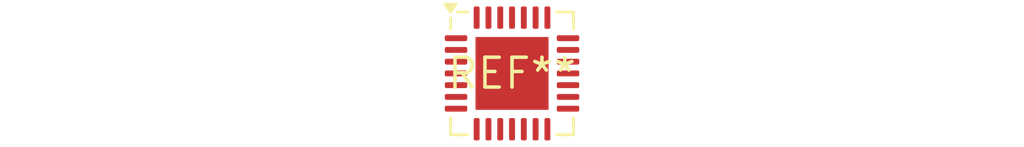
<source format=kicad_pcb>
(kicad_pcb (version 20240108) (generator pcbnew)
  (layers (0 "F.Cu" signal) (31 "B.Cu" signal) (34 "B.Paste" user) (35 "F.Paste" user) (36 "B.SilkS" user "B.Silkscreen") (37 "F.SilkS" user "F.Silkscreen") (38 "B.Mask" user) (39 "F.Mask" user) (44 "Edge.Cuts" user))
  (net 0 "")
  (footprint "QFN-28-1EP_5x5mm_P0.5mm_EP3.1x3.1mm" (layer "F.Cu") (at 0 0)
    (property "Reference" "REF**")
    (property "Value" "QFN-28-1EP_5x5mm_P0.5mm_EP3.1x3.1mm")
    (fp_line (start -2.61 -1.885) (end -2.61 -2.37) (layer "F.SilkS") (stroke (width 0.12)))
    (fp_line (start -2.61 2.61) (end -2.61 1.885) (layer "F.SilkS") (stroke (width 0.12)))
    (fp_line (start -1.885 -2.61) (end -2.31 -2.61) (layer "F.SilkS") (stroke (width 0.12)))
    (fp_line (start -1.885 2.61) (end -2.61 2.61) (layer "F.SilkS") (stroke (width 0.12)))
    (fp_line (start 1.885 -2.61) (end 2.61 -2.61) (layer "F.SilkS") (stroke (width 0.12)))
    (fp_line (start 1.885 2.61) (end 2.61 2.61) (layer "F.SilkS") (stroke (width 0.12)))
    (fp_line (start 2.61 -2.61) (end 2.61 -1.885) (layer "F.SilkS") (stroke (width 0.12)))
    (fp_line (start 2.61 2.61) (end 2.61 1.885) (layer "F.SilkS") (stroke (width 0.12)))
    (fp_poly (pts (xy -2.61 -2.61) (xy -2.85 -2.94) (xy -2.37 -2.94) (xy -2.61 -2.61)) (layer "F.SilkS") (stroke (width 0.12)) (fill solid))
    (pad "1" smd roundrect (at -2.375 -1.5) (size 0.95 0.25) (layers "F.Cu" "F.Paste" "F.Mask"))
    (pad "2" smd roundrect (at -2.375 -1) (size 0.95 0.25) (layers "F.Cu" "F.Paste" "F.Mask"))
    (pad "3" smd roundrect (at -2.375 -0.5) (size 0.95 0.25) (layers "F.Cu" "F.Paste" "F.Mask"))
    (pad "4" smd roundrect (at -2.375 0) (size 0.95 0.25) (layers "F.Cu" "F.Paste" "F.Mask"))
    (pad "5" smd roundrect (at -2.375 0.5) (size 0.95 0.25) (layers "F.Cu" "F.Paste" "F.Mask"))
    (pad "6" smd roundrect (at -2.375 1) (size 0.95 0.25) (layers "F.Cu" "F.Paste" "F.Mask"))
    (pad "7" smd roundrect (at -2.375 1.5) (size 0.95 0.25) (layers "F.Cu" "F.Paste" "F.Mask"))
    (pad "8" smd roundrect (at -1.5 2.375) (size 0.25 0.95) (layers "F.Cu" "F.Paste" "F.Mask"))
    (pad "9" smd roundrect (at -1 2.375) (size 0.25 0.95) (layers "F.Cu" "F.Paste" "F.Mask"))
    (pad "10" smd roundrect (at -0.5 2.375) (size 0.25 0.95) (layers "F.Cu" "F.Paste" "F.Mask"))
    (pad "11" smd roundrect (at 0 2.375) (size 0.25 0.95) (layers "F.Cu" "F.Paste" "F.Mask"))
    (pad "12" smd roundrect (at 0.5 2.375) (size 0.25 0.95) (layers "F.Cu" "F.Paste" "F.Mask"))
    (pad "13" smd roundrect (at 1 2.375) (size 0.25 0.95) (layers "F.Cu" "F.Paste" "F.Mask"))
    (pad "14" smd roundrect (at 1.5 2.375) (size 0.25 0.95) (layers "F.Cu" "F.Paste" "F.Mask"))
    (pad "15" smd roundrect (at 2.375 1.5) (size 0.95 0.25) (layers "F.Cu" "F.Paste" "F.Mask"))
    (pad "16" smd roundrect (at 2.375 1) (size 0.95 0.25) (layers "F.Cu" "F.Paste" "F.Mask"))
    (pad "17" smd roundrect (at 2.375 0.5) (size 0.95 0.25) (layers "F.Cu" "F.Paste" "F.Mask"))
    (pad "18" smd roundrect (at 2.375 0) (size 0.95 0.25) (layers "F.Cu" "F.Paste" "F.Mask"))
    (pad "19" smd roundrect (at 2.375 -0.5) (size 0.95 0.25) (layers "F.Cu" "F.Paste" "F.Mask"))
    (pad "20" smd roundrect (at 2.375 -1) (size 0.95 0.25) (layers "F.Cu" "F.Paste" "F.Mask"))
    (pad "21" smd roundrect (at 2.375 -1.5) (size 0.95 0.25) (layers "F.Cu" "F.Paste" "F.Mask"))
    (pad "22" smd roundrect (at 1.5 -2.375) (size 0.25 0.95) (layers "F.Cu" "F.Paste" "F.Mask"))
    (pad "23" smd roundrect (at 1 -2.375) (size 0.25 0.95) (layers "F.Cu" "F.Paste" "F.Mask"))
    (pad "24" smd roundrect (at 0.5 -2.375) (size 0.25 0.95) (layers "F.Cu" "F.Paste" "F.Mask"))
    (pad "25" smd roundrect (at 0 -2.375) (size 0.25 0.95) (layers "F.Cu" "F.Paste" "F.Mask"))
    (pad "26" smd roundrect (at -0.5 -2.375) (size 0.25 0.95) (layers "F.Cu" "F.Paste" "F.Mask"))
    (pad "27" smd roundrect (at -1 -2.375) (size 0.25 0.95) (layers "F.Cu" "F.Paste" "F.Mask"))
    (pad "28" smd roundrect (at -1.5 -2.375) (size 0.25 0.95) (layers "F.Cu" "F.Paste" "F.Mask"))
    (pad "29" smd rect (at 0 0) (size 3.1 3.1) (property pad_prop_heatsink) (layers "F.Cu" "F.Mask"))
  )
)
</source>
